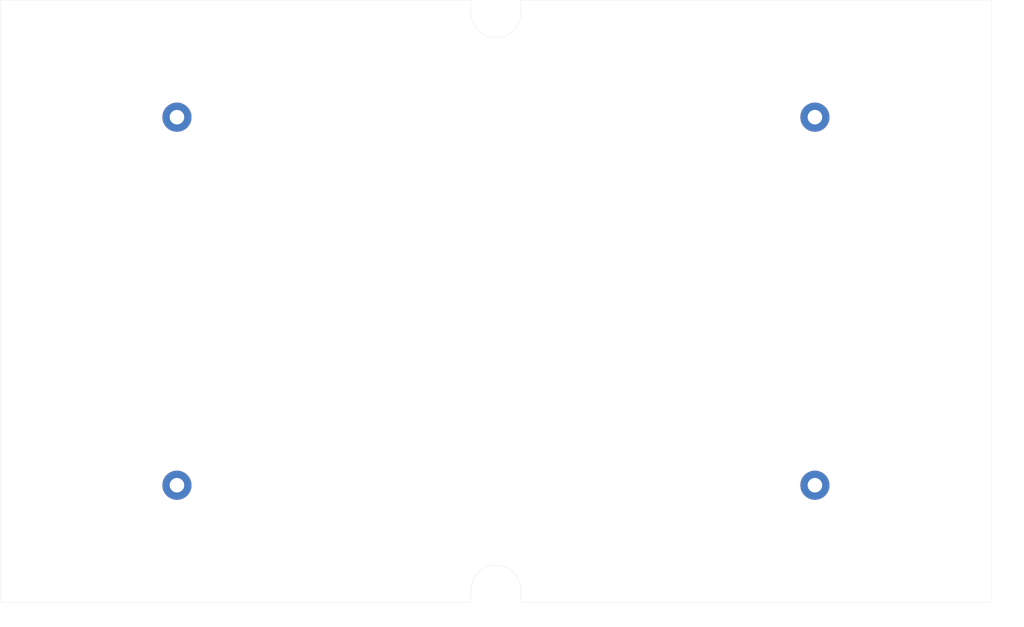
<source format=kicad_pcb>
(kicad_pcb (version 20171130) (host pcbnew "(5.1.4)-1")

  (general
    (thickness 1.6)
    (drawings 14)
    (tracks 0)
    (zones 0)
    (modules 4)
    (nets 1)
  )

  (page A4)
  (layers
    (0 F.Cu signal)
    (31 B.Cu signal)
    (32 B.Adhes user)
    (33 F.Adhes user)
    (34 B.Paste user)
    (35 F.Paste user)
    (36 B.SilkS user)
    (37 F.SilkS user)
    (38 B.Mask user)
    (39 F.Mask user)
    (40 Dwgs.User user)
    (41 Cmts.User user)
    (42 Eco1.User user)
    (43 Eco2.User user)
    (44 Edge.Cuts user)
    (45 Margin user)
    (46 B.CrtYd user)
    (47 F.CrtYd user)
    (48 B.Fab user)
    (49 F.Fab user)
  )

  (setup
    (last_trace_width 0.25)
    (trace_clearance 0.2)
    (zone_clearance 0.508)
    (zone_45_only no)
    (trace_min 0.2)
    (via_size 0.8)
    (via_drill 0.4)
    (via_min_size 0.4)
    (via_min_drill 0.3)
    (uvia_size 0.3)
    (uvia_drill 0.1)
    (uvias_allowed no)
    (uvia_min_size 0.2)
    (uvia_min_drill 0.1)
    (edge_width 0.05)
    (segment_width 0.2)
    (pcb_text_width 0.3)
    (pcb_text_size 1.5 1.5)
    (mod_edge_width 0.12)
    (mod_text_size 1 1)
    (mod_text_width 0.15)
    (pad_size 7 7)
    (pad_drill 3.5)
    (pad_to_mask_clearance 0.051)
    (solder_mask_min_width 0.25)
    (aux_axis_origin 0 0)
    (visible_elements 7FFFFFFF)
    (pcbplotparams
      (layerselection 0x010fc_ffffffff)
      (usegerberextensions false)
      (usegerberattributes false)
      (usegerberadvancedattributes false)
      (creategerberjobfile false)
      (excludeedgelayer true)
      (linewidth 0.100000)
      (plotframeref false)
      (viasonmask false)
      (mode 1)
      (useauxorigin false)
      (hpglpennumber 1)
      (hpglpenspeed 20)
      (hpglpendiameter 15.000000)
      (psnegative false)
      (psa4output false)
      (plotreference true)
      (plotvalue true)
      (plotinvisibletext false)
      (padsonsilk false)
      (subtractmaskfromsilk false)
      (outputformat 1)
      (mirror false)
      (drillshape 1)
      (scaleselection 1)
      (outputdirectory ""))
  )

  (net 0 "")

  (net_class Default "This is the default net class."
    (clearance 0.2)
    (trace_width 0.25)
    (via_dia 0.8)
    (via_drill 0.4)
    (uvia_dia 0.3)
    (uvia_drill 0.1)
  )

  (module MountingHole:MountingHole_3.5mm_Pad (layer F.Cu) (tedit 5D7448E6) (tstamp 5D744957)
    (at 57.475 43.1)
    (descr "Mounting Hole 3.5mm")
    (tags "mounting hole 3.5mm")
    (attr virtual)
    (fp_text reference ~ (at 0 -4.5) (layer F.SilkS) hide
      (effects (font (size 1 1) (thickness 0.15)))
    )
    (fp_text value ~ (at 0 4.5) (layer F.Fab) hide
      (effects (font (size 1 1) (thickness 0.15)))
    )
    (fp_text user %R (at 0.3 0) (layer F.Fab)
      (effects (font (size 1 1) (thickness 0.15)))
    )
    (fp_circle (center 0 0) (end 3.5 0) (layer Cmts.User) (width 0.15))
    (fp_circle (center 0 0) (end 3.75 0) (layer F.CrtYd) (width 0.05))
    (pad ~ thru_hole circle (at 0 0) (size 7 7) (drill 3.5) (layers *.Cu *.Mask))
  )

  (module MountingHole:MountingHole_3.5mm_Pad (layer F.Cu) (tedit 5D7448E6) (tstamp 5D744949)
    (at 57.475 131.6)
    (descr "Mounting Hole 3.5mm")
    (tags "mounting hole 3.5mm")
    (attr virtual)
    (fp_text reference ~ (at 0 -4.5) (layer F.SilkS) hide
      (effects (font (size 1 1) (thickness 0.15)))
    )
    (fp_text value ~ (at 0 4.5) (layer F.Fab) hide
      (effects (font (size 1 1) (thickness 0.15)))
    )
    (fp_circle (center 0 0) (end 3.75 0) (layer F.CrtYd) (width 0.05))
    (fp_circle (center 0 0) (end 3.5 0) (layer Cmts.User) (width 0.15))
    (fp_text user %R (at 0.3 0) (layer F.Fab)
      (effects (font (size 1 1) (thickness 0.15)))
    )
    (pad ~ thru_hole circle (at 0 0) (size 7 7) (drill 3.5) (layers *.Cu *.Mask))
  )

  (module MountingHole:MountingHole_3.5mm_Pad (layer F.Cu) (tedit 5D7448E6) (tstamp 5D744938)
    (at 210.875 43.1)
    (descr "Mounting Hole 3.5mm")
    (tags "mounting hole 3.5mm")
    (attr virtual)
    (fp_text reference ~ (at 0 -4.5) (layer F.SilkS) hide
      (effects (font (size 1 1) (thickness 0.15)))
    )
    (fp_text value ~ (at 0 4.5) (layer F.Fab) hide
      (effects (font (size 1 1) (thickness 0.15)))
    )
    (fp_text user %R (at 0.3 0) (layer F.Fab)
      (effects (font (size 1 1) (thickness 0.15)))
    )
    (fp_circle (center 0 0) (end 3.5 0) (layer Cmts.User) (width 0.15))
    (fp_circle (center 0 0) (end 3.75 0) (layer F.CrtYd) (width 0.05))
    (pad ~ thru_hole circle (at 0 0) (size 7 7) (drill 3.5) (layers *.Cu *.Mask))
  )

  (module MountingHole:MountingHole_3.5mm_Pad (layer F.Cu) (tedit 5D7448E6) (tstamp 5D7448EB)
    (at 210.875 131.6)
    (descr "Mounting Hole 3.5mm")
    (tags "mounting hole 3.5mm")
    (attr virtual)
    (fp_text reference ~ (at 0 -4.5) (layer F.SilkS) hide
      (effects (font (size 1 1) (thickness 0.15)))
    )
    (fp_text value ~ (at 0 4.5) (layer F.Fab) hide
      (effects (font (size 1 1) (thickness 0.15)))
    )
    (fp_circle (center 0 0) (end 3.75 0) (layer F.CrtYd) (width 0.05))
    (fp_circle (center 0 0) (end 3.5 0) (layer Cmts.User) (width 0.15))
    (fp_text user %R (at 0.3 0) (layer F.Fab)
      (effects (font (size 1 1) (thickness 0.15)))
    )
    (pad ~ thru_hole circle (at 0 0) (size 7 7) (drill 3.5) (layers *.Cu *.Mask))
  )

  (gr_arc (start 134.175 156.8) (end 140.175 156.8) (angle -180) (layer Edge.Cuts) (width 0.05) (tstamp 5D7448B7))
  (gr_line (start 140.175 159.8) (end 253.35 159.8) (layer Edge.Cuts) (width 0.05) (tstamp 5D7448B2))
  (gr_line (start 128.175 156.8) (end 128.175 159.8) (layer Edge.Cuts) (width 0.05) (tstamp 5D74489E))
  (gr_line (start 140.175 156.8) (end 140.175 159.8) (layer Edge.Cuts) (width 0.05) (tstamp 5D744885))
  (gr_arc (start 134.175 18) (end 128.175 18) (angle -180) (layer Edge.Cuts) (width 0.05))
  (gr_line (start 140.175 15) (end 253.35 15) (layer Edge.Cuts) (width 0.05) (tstamp 5D744830))
  (gr_line (start 128.175 15) (end 128.175 18) (layer Edge.Cuts) (width 0.05) (tstamp 5D744812))
  (gr_line (start 140.175 15) (end 140.175 18) (layer Edge.Cuts) (width 0.05))
  (dimension 238.35 (width 0.15) (layer Dwgs.User)
    (gr_text "238,350 mm" (at 134.175 166.3) (layer Dwgs.User)
      (effects (font (size 1 1) (thickness 0.15)))
    )
    (feature1 (pts (xy 15 159.8) (xy 15 165.586421)))
    (feature2 (pts (xy 253.35 159.8) (xy 253.35 165.586421)))
    (crossbar (pts (xy 253.35 165) (xy 15 165)))
    (arrow1a (pts (xy 15 165) (xy 16.126504 164.413579)))
    (arrow1b (pts (xy 15 165) (xy 16.126504 165.586421)))
    (arrow2a (pts (xy 253.35 165) (xy 252.223496 164.413579)))
    (arrow2b (pts (xy 253.35 165) (xy 252.223496 165.586421)))
  )
  (dimension 144.8 (width 0.15) (layer Dwgs.User)
    (gr_text "144,800 mm" (at 259.8 87.4 270) (layer Dwgs.User)
      (effects (font (size 1 1) (thickness 0.15)))
    )
    (feature1 (pts (xy 253.35 159.8) (xy 259.086421 159.8)))
    (feature2 (pts (xy 253.35 15) (xy 259.086421 15)))
    (crossbar (pts (xy 258.5 15) (xy 258.5 159.8)))
    (arrow1a (pts (xy 258.5 159.8) (xy 257.913579 158.673496)))
    (arrow1b (pts (xy 258.5 159.8) (xy 259.086421 158.673496)))
    (arrow2a (pts (xy 258.5 15) (xy 257.913579 16.126504)))
    (arrow2b (pts (xy 258.5 15) (xy 259.086421 16.126504)))
  )
  (gr_line (start 253.35 159.8) (end 253.35 15) (layer Edge.Cuts) (width 0.05) (tstamp 5D744768))
  (gr_line (start 15 15) (end 15 159.8) (layer Edge.Cuts) (width 0.05) (tstamp 5D74475E))
  (gr_line (start 15 159.8) (end 128.175 159.8) (layer Edge.Cuts) (width 0.05) (tstamp 5D744747))
  (gr_line (start 15 15) (end 128.175 15) (layer Edge.Cuts) (width 0.05))

)

</source>
